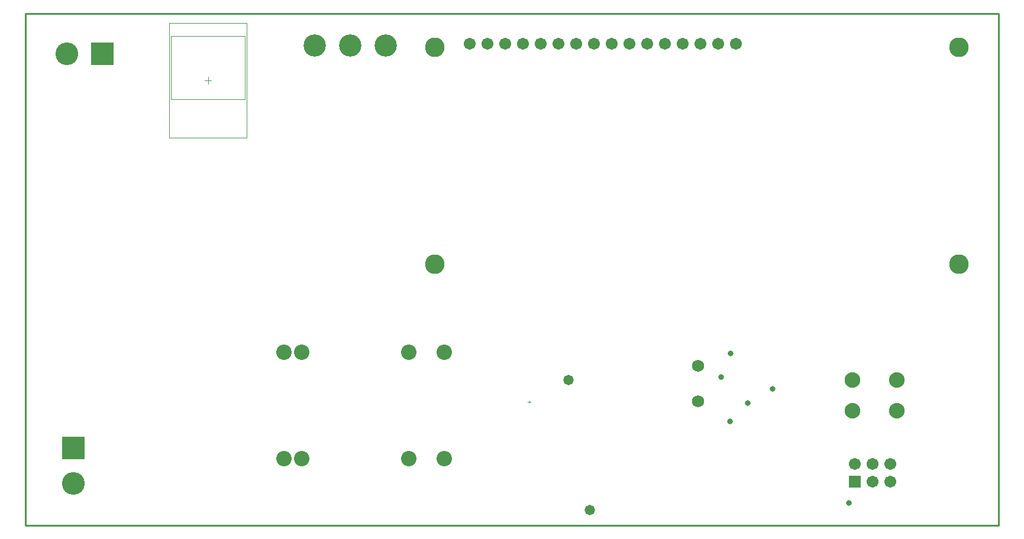
<source format=gbs>
%FSTAX23Y23*%
%MOIN*%
%SFA1B1*%

%IPPOS*%
%ADD27C,0.003937*%
%ADD28C,0.010000*%
%ADD62C,0.086740*%
%ADD63C,0.067055*%
%ADD64R,0.067055X0.067055*%
%ADD65C,0.068000*%
%ADD66C,0.088000*%
%ADD67C,0.126110*%
%ADD68R,0.128000X0.128000*%
%ADD69C,0.128000*%
%ADD70R,0.128000X0.128000*%
%ADD71C,0.110362*%
%ADD72C,0.033000*%
%ADD73C,0.058000*%
%LNdesafio_hardware_firmware_nathania-1*%
%LPD*%
G54D27*
X04342Y02806D02*
X04357D01*
X0435Y02798D02*
Y02813D01*
X02332Y04513D02*
X02747D01*
X02332Y04868D02*
X02747D01*
X02332Y04513D02*
Y04868D01*
X02747Y04513D02*
Y04868D01*
X02321Y04295D02*
X02758D01*
X02321Y04944D02*
X02758D01*
X02321Y04295D02*
Y04944D01*
X02758Y04295D02*
Y04944D01*
X0254Y046D02*
Y04639D01*
X0252Y0462D02*
X02559D01*
G54D28*
X0151Y04995D02*
X06995D01*
Y0211D02*
Y04995D01*
X0151Y0211D02*
X06995D01*
X0151D02*
Y04995D01*
G54D62*
X02969Y02485D03*
X03069D03*
X0367D03*
X0387D03*
Y03085D03*
X0367D03*
X03069D03*
X02969D03*
G54D63*
X06385Y02455D03*
Y02355D03*
X06285Y02455D03*
Y02355D03*
X06185Y02455D03*
X04015Y04825D03*
X04115D03*
X04215D03*
X04315D03*
X04415D03*
X04515D03*
X04615D03*
X04715D03*
X04815D03*
X04915D03*
X05015D03*
X05115D03*
X05215D03*
X05315D03*
X05415D03*
X05515D03*
G54D64*
X06185Y02355D03*
G54D65*
X053Y0281D03*
Y0301D03*
G54D66*
X0642Y02755D03*
X0617D03*
X0642Y0293D03*
X0617D03*
G54D67*
X0334Y04815D03*
X0354D03*
X0314D03*
G54D68*
X01945Y0477D03*
G54D69*
X01745Y0477D03*
X0178Y02345D03*
G54D70*
X0178Y02545D03*
G54D71*
X03818Y04805D03*
Y03584D03*
X0677D03*
Y04805D03*
G54D72*
X0572Y0288D03*
X0615Y02235D03*
X05485Y0308D03*
X05581Y02798D03*
X0548Y02695D03*
X0543Y02945D03*
G54D73*
X0469Y02195D03*
X0457Y0293D03*
M02*
</source>
